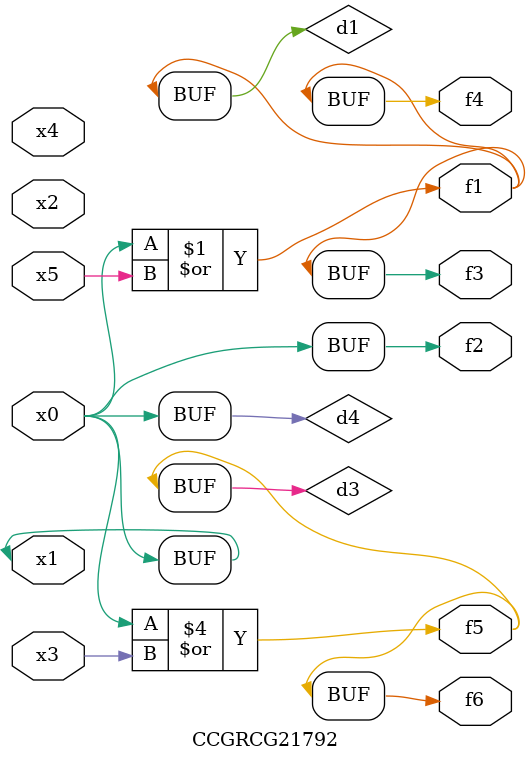
<source format=v>
module CCGRCG21792(
	input x0, x1, x2, x3, x4, x5,
	output f1, f2, f3, f4, f5, f6
);

	wire d1, d2, d3, d4;

	or (d1, x0, x5);
	xnor (d2, x1, x4);
	or (d3, x0, x3);
	buf (d4, x0, x1);
	assign f1 = d1;
	assign f2 = d4;
	assign f3 = d1;
	assign f4 = d1;
	assign f5 = d3;
	assign f6 = d3;
endmodule

</source>
